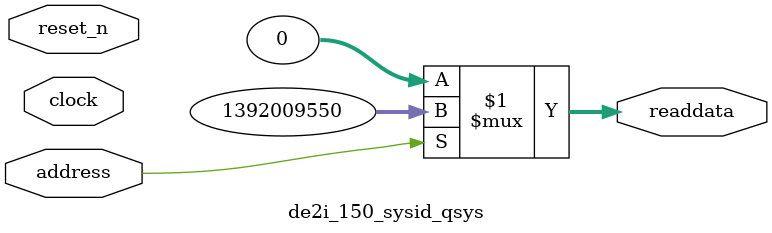
<source format=v>

`timescale 1ns / 1ps
// synthesis translate_on

// turn off superfluous verilog processor warnings 
// altera message_level Level1 
// altera message_off 10034 10035 10036 10037 10230 10240 10030 

module de2i_150_sysid_qsys (
               // inputs:
                address,
                clock,
                reset_n,

               // outputs:
                readdata
             )
;

  output  [ 31: 0] readdata;
  input            address;
  input            clock;
  input            reset_n;

  wire    [ 31: 0] readdata;
  //control_slave, which is an e_avalon_slave
  assign readdata = address ? 1392009550 : 0;

endmodule




</source>
